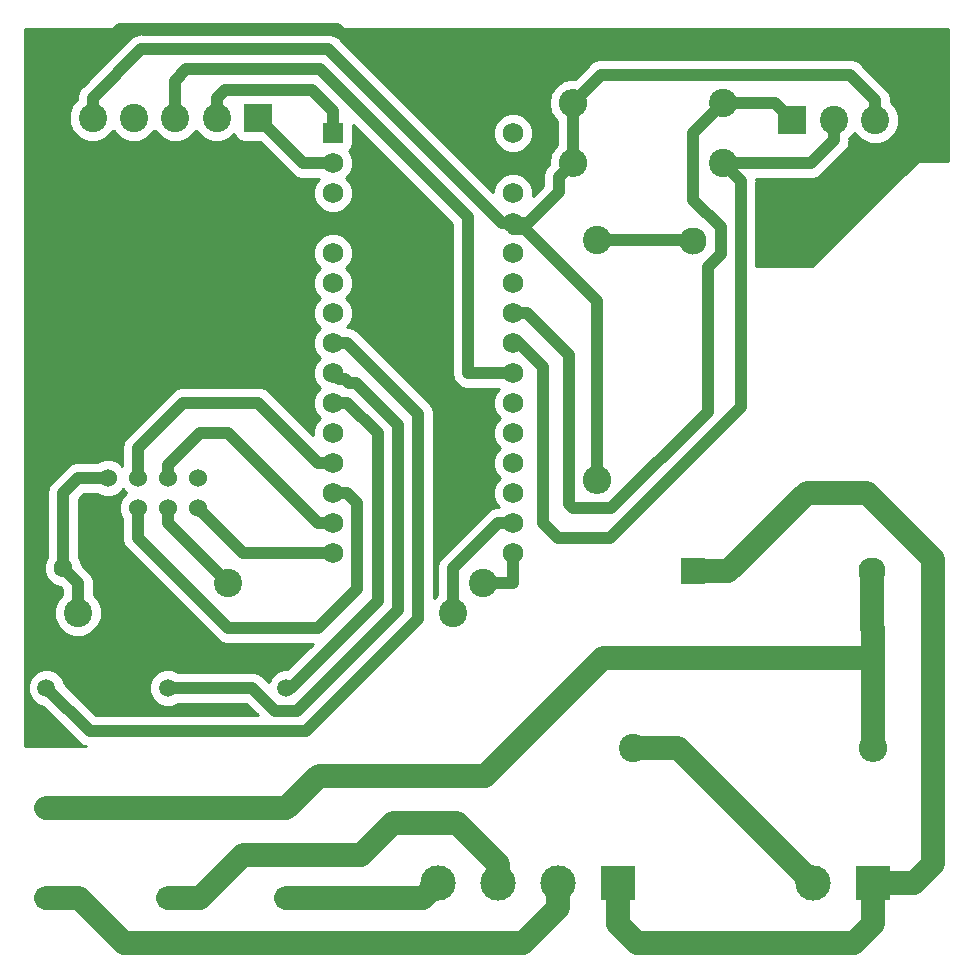
<source format=gbr>
G04 #@! TF.GenerationSoftware,KiCad,Pcbnew,(5.0.1)-4*
G04 #@! TF.CreationDate,2020-04-24T23:34:40+02:00*
G04 #@! TF.ProjectId,VMC_remote,564D435F72656D6F74652E6B69636164,rev?*
G04 #@! TF.SameCoordinates,PX5f5e100PY7829b80*
G04 #@! TF.FileFunction,Copper,L2,Bot,Signal*
G04 #@! TF.FilePolarity,Positive*
%FSLAX46Y46*%
G04 Gerber Fmt 4.6, Leading zero omitted, Abs format (unit mm)*
G04 Created by KiCad (PCBNEW (5.0.1)-4) date 24/04/2020 23:34:40*
%MOMM*%
%LPD*%
G01*
G04 APERTURE LIST*
G04 #@! TA.AperFunction,ComponentPad*
%ADD10C,2.400000*%
G04 #@! TD*
G04 #@! TA.AperFunction,ComponentPad*
%ADD11O,2.400000X2.400000*%
G04 #@! TD*
G04 #@! TA.AperFunction,ComponentPad*
%ADD12R,2.400000X2.400000*%
G04 #@! TD*
G04 #@! TA.AperFunction,ComponentPad*
%ADD13R,3.000000X3.000000*%
G04 #@! TD*
G04 #@! TA.AperFunction,ComponentPad*
%ADD14C,3.000000*%
G04 #@! TD*
G04 #@! TA.AperFunction,ComponentPad*
%ADD15C,1.508000*%
G04 #@! TD*
G04 #@! TA.AperFunction,ComponentPad*
%ADD16R,1.508000X1.508000*%
G04 #@! TD*
G04 #@! TA.AperFunction,ComponentPad*
%ADD17C,2.300000*%
G04 #@! TD*
G04 #@! TA.AperFunction,ComponentPad*
%ADD18R,2.000000X2.300000*%
G04 #@! TD*
G04 #@! TA.AperFunction,ComponentPad*
%ADD19R,1.524000X1.524000*%
G04 #@! TD*
G04 #@! TA.AperFunction,ComponentPad*
%ADD20C,1.524000*%
G04 #@! TD*
G04 #@! TA.AperFunction,ComponentPad*
%ADD21R,1.727200X1.727200*%
G04 #@! TD*
G04 #@! TA.AperFunction,ComponentPad*
%ADD22C,1.727200*%
G04 #@! TD*
G04 #@! TA.AperFunction,ComponentPad*
%ADD23C,1.600000*%
G04 #@! TD*
G04 #@! TA.AperFunction,ViaPad*
%ADD24C,2.400000*%
G04 #@! TD*
G04 #@! TA.AperFunction,Conductor*
%ADD25C,2.000000*%
G04 #@! TD*
G04 #@! TA.AperFunction,Conductor*
%ADD26C,1.000000*%
G04 #@! TD*
G04 #@! TA.AperFunction,Conductor*
%ADD27C,0.254000*%
G04 #@! TD*
G04 APERTURE END LIST*
D10*
G04 #@! TO.P,F1,1*
G04 #@! TO.N,Net-(F1-Pad1)*
X52400000Y18050000D03*
D11*
G04 #@! TO.P,F1,2*
G04 #@! TO.N,VAC*
X72720000Y18050000D03*
G04 #@! TD*
G04 #@! TO.P,F2,2*
G04 #@! TO.N,+5V*
X49400000Y40730000D03*
D10*
G04 #@! TO.P,F2,1*
G04 #@! TO.N,Net-(F2-Pad1)*
X49400000Y61050000D03*
G04 #@! TD*
D12*
G04 #@! TO.P,J1,1*
G04 #@! TO.N,Net-(J1-Pad1)*
X65910000Y71210000D03*
D10*
G04 #@! TO.P,J1,2*
G04 #@! TO.N,Net-(J1-Pad2)*
X69410000Y71210000D03*
G04 #@! TO.P,J1,3*
G04 #@! TO.N,+5V*
X72910000Y71210000D03*
G04 #@! TO.P,J1,4*
G04 #@! TO.N,GND*
X76410000Y71210000D03*
G04 #@! TD*
D12*
G04 #@! TO.P,J2,1*
G04 #@! TO.N,Net-(J2-Pad1)*
X20650000Y71390000D03*
D10*
G04 #@! TO.P,J2,2*
G04 #@! TO.N,Net-(J2-Pad2)*
X17150000Y71390000D03*
G04 #@! TO.P,J2,3*
G04 #@! TO.N,Net-(J2-Pad3)*
X13650000Y71390000D03*
G04 #@! TO.P,J2,4*
G04 #@! TO.N,Net-(J2-Pad4)*
X10150000Y71390000D03*
G04 #@! TO.P,J2,5*
G04 #@! TO.N,+5V*
X6650000Y71390000D03*
G04 #@! TO.P,J2,6*
G04 #@! TO.N,GND*
X3150000Y71390000D03*
G04 #@! TD*
D13*
G04 #@! TO.P,J3,1*
G04 #@! TO.N,Net-(J3-Pad1)*
X72720000Y6620000D03*
D14*
G04 #@! TO.P,J3,2*
G04 #@! TO.N,Net-(F1-Pad1)*
X67640000Y6620000D03*
G04 #@! TD*
G04 #@! TO.P,J4,2*
G04 #@! TO.N,Net-(J4-Pad2)*
X46050000Y6620000D03*
G04 #@! TO.P,J4,3*
G04 #@! TO.N,Net-(J4-Pad3)*
X40970000Y6620000D03*
D13*
G04 #@! TO.P,J4,1*
G04 #@! TO.N,Net-(J3-Pad1)*
X51130000Y6620000D03*
D14*
G04 #@! TO.P,J4,4*
G04 #@! TO.N,Net-(J4-Pad4)*
X35890000Y6620000D03*
G04 #@! TD*
D15*
G04 #@! TO.P,K1,4*
G04 #@! TO.N,GND*
X2740000Y25670000D03*
G04 #@! TO.P,K1,3*
G04 #@! TO.N,Net-(K1-Pad3)*
X2740000Y23130000D03*
G04 #@! TO.P,K1,2*
G04 #@! TO.N,VAC*
X2740000Y12970000D03*
D16*
G04 #@! TO.P,K1,1*
G04 #@! TO.N,Net-(J4-Pad2)*
X2740000Y5350000D03*
G04 #@! TD*
D15*
G04 #@! TO.P,K2,4*
G04 #@! TO.N,GND*
X13030000Y25670000D03*
G04 #@! TO.P,K2,3*
G04 #@! TO.N,Net-(K2-Pad3)*
X13030000Y23130000D03*
G04 #@! TO.P,K2,2*
G04 #@! TO.N,VAC*
X13030000Y12970000D03*
D16*
G04 #@! TO.P,K2,1*
G04 #@! TO.N,Net-(J4-Pad3)*
X13030000Y5350000D03*
G04 #@! TD*
G04 #@! TO.P,K3,1*
G04 #@! TO.N,Net-(J4-Pad4)*
X23060000Y5350000D03*
D15*
G04 #@! TO.P,K3,2*
G04 #@! TO.N,VAC*
X23060000Y12970000D03*
G04 #@! TO.P,K3,3*
G04 #@! TO.N,Net-(K3-Pad3)*
X23060000Y23130000D03*
G04 #@! TO.P,K3,4*
G04 #@! TO.N,GND*
X23060000Y25670000D03*
G04 #@! TD*
D17*
G04 #@! TO.P,PS1,3*
G04 #@! TO.N,Net-(F2-Pad1)*
X57480000Y61000000D03*
D18*
G04 #@! TO.P,PS1,1*
G04 #@! TO.N,Net-(J3-Pad1)*
X57480000Y33000000D03*
D17*
G04 #@! TO.P,PS1,2*
G04 #@! TO.N,VAC*
X72680000Y33000000D03*
G04 #@! TO.P,PS1,4*
G04 #@! TO.N,GND*
X65080000Y61000000D03*
G04 #@! TD*
D11*
G04 #@! TO.P,R1,2*
G04 #@! TO.N,+5V*
X47320000Y67580000D03*
D10*
G04 #@! TO.P,R1,1*
G04 #@! TO.N,Net-(J1-Pad2)*
X60020000Y67580000D03*
G04 #@! TD*
G04 #@! TO.P,R2,1*
G04 #@! TO.N,Net-(J1-Pad1)*
X60020000Y72660000D03*
D11*
G04 #@! TO.P,R2,2*
G04 #@! TO.N,+5V*
X47320000Y72660000D03*
G04 #@! TD*
D19*
G04 #@! TO.P,U1,1*
G04 #@! TO.N,GND*
X7950000Y38370000D03*
D20*
G04 #@! TO.P,U1,2*
G04 #@! TO.N,+3V3*
X7950000Y40910000D03*
G04 #@! TO.P,U1,3*
G04 #@! TO.N,Net-(U1-Pad3)*
X10490000Y38370000D03*
G04 #@! TO.P,U1,4*
G04 #@! TO.N,Net-(U1-Pad4)*
X10490000Y40910000D03*
G04 #@! TO.P,U1,5*
G04 #@! TO.N,Net-(U1-Pad5)*
X13030000Y38370000D03*
G04 #@! TO.P,U1,6*
G04 #@! TO.N,Net-(U1-Pad6)*
X13030000Y40910000D03*
G04 #@! TO.P,U1,7*
G04 #@! TO.N,Net-(U1-Pad7)*
X15570000Y38370000D03*
G04 #@! TO.P,U1,8*
G04 #@! TO.N,Net-(U1-Pad8)*
X15570000Y40910000D03*
G04 #@! TD*
D21*
G04 #@! TO.P,XA1,D1*
G04 #@! TO.N,Net-(J2-Pad2)*
X27000000Y70120000D03*
D22*
G04 #@! TO.P,XA1,D0*
G04 #@! TO.N,Net-(J2-Pad1)*
X27000000Y67580000D03*
G04 #@! TO.P,XA1,RST1*
G04 #@! TO.N,Net-(XA1-PadRST1)*
X27000000Y65040000D03*
G04 #@! TO.P,XA1,GND1*
G04 #@! TO.N,GND*
X27000000Y62500000D03*
G04 #@! TO.P,XA1,D2*
G04 #@! TO.N,Net-(XA1-PadD2)*
X27000000Y59960000D03*
G04 #@! TO.P,XA1,D3*
G04 #@! TO.N,Net-(XA1-PadD3)*
X27000000Y57420000D03*
G04 #@! TO.P,XA1,D4*
G04 #@! TO.N,Net-(XA1-PadD4)*
X27000000Y54880000D03*
G04 #@! TO.P,XA1,D5*
G04 #@! TO.N,Net-(K1-Pad3)*
X27000000Y52340000D03*
G04 #@! TO.P,XA1,D6*
G04 #@! TO.N,Net-(K2-Pad3)*
X27000000Y49800000D03*
G04 #@! TO.P,XA1,D7*
G04 #@! TO.N,Net-(K3-Pad3)*
X27000000Y47260000D03*
G04 #@! TO.P,XA1,D8*
G04 #@! TO.N,Net-(XA1-PadD8)*
X27000000Y44720000D03*
G04 #@! TO.P,XA1,D9*
G04 #@! TO.N,Net-(U1-Pad4)*
X27000000Y42180000D03*
G04 #@! TO.P,XA1,D10*
G04 #@! TO.N,Net-(U1-Pad3)*
X27000000Y39640000D03*
G04 #@! TO.P,XA1,D11*
G04 #@! TO.N,Net-(U1-Pad6)*
X27000000Y37100000D03*
G04 #@! TO.P,XA1,D12*
G04 #@! TO.N,Net-(U1-Pad7)*
X27000000Y34560000D03*
G04 #@! TO.P,XA1,D13*
G04 #@! TO.N,Net-(U1-Pad5)*
X42240000Y34560000D03*
G04 #@! TO.P,XA1,3V3*
G04 #@! TO.N,+3V3*
X42240000Y37100000D03*
G04 #@! TO.P,XA1,AREF*
G04 #@! TO.N,Net-(XA1-PadAREF)*
X42240000Y39640000D03*
G04 #@! TO.P,XA1,A0*
G04 #@! TO.N,Net-(XA1-PadA0)*
X42240000Y42180000D03*
G04 #@! TO.P,XA1,A1*
G04 #@! TO.N,Net-(XA1-PadA1)*
X42240000Y44720000D03*
G04 #@! TO.P,XA1,A2*
G04 #@! TO.N,Net-(XA1-PadA2)*
X42240000Y47260000D03*
G04 #@! TO.P,XA1,A3*
G04 #@! TO.N,Net-(J2-Pad3)*
X42240000Y49800000D03*
G04 #@! TO.P,XA1,A4*
G04 #@! TO.N,Net-(J1-Pad2)*
X42240000Y52340000D03*
G04 #@! TO.P,XA1,A5*
G04 #@! TO.N,Net-(J1-Pad1)*
X42240000Y54880000D03*
G04 #@! TO.P,XA1,A6*
G04 #@! TO.N,Net-(XA1-PadA6)*
X42240000Y57420000D03*
G04 #@! TO.P,XA1,A7*
G04 #@! TO.N,Net-(XA1-PadA7)*
X42240000Y59960000D03*
G04 #@! TO.P,XA1,5V*
G04 #@! TO.N,+5V*
X42240000Y62500000D03*
G04 #@! TO.P,XA1,RST2*
G04 #@! TO.N,Net-(XA1-PadRST2)*
X42240000Y65040000D03*
G04 #@! TO.P,XA1,GND2*
G04 #@! TO.N,GND*
X42240000Y67580000D03*
G04 #@! TO.P,XA1,VIN*
G04 #@! TO.N,Net-(XA1-PadVIN)*
X42240000Y70120000D03*
G04 #@! TD*
D23*
G04 #@! TO.P,C1,1*
G04 #@! TO.N,+3V3*
X4140000Y33290000D03*
G04 #@! TO.P,C1,2*
G04 #@! TO.N,GND*
X9140000Y33290000D03*
G04 #@! TD*
D24*
G04 #@! TO.N,Net-(U1-Pad5)*
X39700000Y32020000D03*
X18110000Y32020000D03*
G04 #@! TO.N,+3V3*
X5410000Y29480000D03*
X37160000Y29480000D03*
G04 #@! TD*
D25*
G04 #@! TO.N,Net-(F1-Pad1)*
X56210000Y18050000D02*
X67640000Y6620000D01*
X52400000Y18050000D02*
X56210000Y18050000D01*
G04 #@! TO.N,VAC*
X2740000Y12970000D02*
X13030000Y12970000D01*
X23060000Y12970000D02*
X13030000Y12970000D01*
X72680000Y33000000D02*
X72680000Y28210000D01*
X72680000Y28210000D02*
X72720000Y28170000D01*
X49860000Y25670000D02*
X72720000Y25670000D01*
X39890009Y15700009D02*
X49860000Y25670000D01*
X25790009Y15700009D02*
X39890009Y15700009D01*
X23060000Y12970000D02*
X25790009Y15700009D01*
X72720000Y28170000D02*
X72720000Y25670000D01*
X72720000Y25670000D02*
X72720000Y18050000D01*
D26*
G04 #@! TO.N,+5V*
X41291953Y62500000D02*
X42240000Y62500000D01*
X26601932Y77190021D02*
X41291953Y62500000D01*
X10752965Y77190021D02*
X26601932Y77190021D01*
X6650000Y73087056D02*
X10752965Y77190021D01*
X6650000Y71390000D02*
X6650000Y73087056D01*
X48519999Y73859999D02*
X47320000Y72660000D01*
X49720001Y75060001D02*
X48519999Y73859999D01*
X70757055Y75060001D02*
X49720001Y75060001D01*
X72910000Y72907056D02*
X70757055Y75060001D01*
X72910000Y71210000D02*
X72910000Y72907056D01*
X47320000Y72660000D02*
X47320000Y67580000D01*
X42240000Y62500000D02*
X43510000Y62500000D01*
X43510000Y62500000D02*
X46120001Y65110001D01*
X46120001Y66380001D02*
X47320000Y67580000D01*
X46120001Y65110001D02*
X46120001Y66380001D01*
X49400000Y42427056D02*
X49400000Y40730000D01*
X49400000Y55854130D02*
X49400000Y42427056D01*
X43230529Y62023601D02*
X49400000Y55854130D01*
X42240000Y62023601D02*
X43230529Y62023601D01*
X42240000Y62500000D02*
X42240000Y62023601D01*
X41291953Y62500000D02*
X43510000Y62500000D01*
G04 #@! TO.N,Net-(F2-Pad1)*
X57430000Y61050000D02*
X57480000Y61000000D01*
X49400000Y61050000D02*
X57430000Y61050000D01*
G04 #@! TO.N,Net-(J1-Pad1)*
X64460000Y72660000D02*
X65910000Y71210000D01*
X60020000Y72660000D02*
X64460000Y72660000D01*
X46999999Y51341315D02*
X46999999Y38690001D01*
X42240000Y54880000D02*
X43461314Y54880000D01*
X43461314Y54880000D02*
X46999999Y51341315D01*
X58820001Y71460001D02*
X60020000Y72660000D01*
X57480000Y70120000D02*
X58820001Y71460001D01*
X59830001Y62128001D02*
X57480000Y64478002D01*
X59830001Y59871999D02*
X59830001Y62128001D01*
X58750000Y58791998D02*
X59830001Y59871999D01*
X57480000Y64478002D02*
X57480000Y70120000D01*
X58750000Y46527998D02*
X58750000Y58791998D01*
X50552001Y38329999D02*
X58750000Y46527998D01*
X47360001Y38329999D02*
X50552001Y38329999D01*
X46999999Y38690001D02*
X47360001Y38329999D01*
G04 #@! TO.N,Net-(J1-Pad2)*
X69410000Y69512944D02*
X69410000Y71210000D01*
X67477056Y67580000D02*
X69410000Y69512944D01*
X60020000Y67580000D02*
X67477056Y67580000D01*
X42240000Y52340000D02*
X42754130Y52340000D01*
X42754130Y52340000D02*
X44780000Y50314130D01*
X44780000Y37100000D02*
X46050000Y35830000D01*
X61219999Y66380001D02*
X60020000Y67580000D01*
X61530011Y66069989D02*
X61219999Y66380001D01*
X61530011Y46903832D02*
X61530011Y66069989D01*
X50456179Y35830000D02*
X61530011Y46903832D01*
X46050000Y35830000D02*
X50456179Y35830000D01*
X44780000Y50314130D02*
X44780000Y37100000D01*
G04 #@! TO.N,GND*
X25778686Y62500000D02*
X27000000Y62500000D01*
X10342944Y62500000D02*
X25778686Y62500000D01*
X3150000Y69692944D02*
X10342944Y62500000D01*
X3150000Y71390000D02*
X3150000Y69692944D01*
X66706345Y61000000D02*
X65080000Y61000000D01*
X67897056Y61000000D02*
X66706345Y61000000D01*
X76410000Y69512944D02*
X67897056Y61000000D01*
X76410000Y71210000D02*
X76410000Y69512944D01*
X41018686Y67580000D02*
X42240000Y67580000D01*
X39234556Y69364130D02*
X41018686Y67580000D01*
X38430000Y69364130D02*
X39234556Y69364130D01*
X3150000Y73087056D02*
X3150000Y71390000D01*
X8952975Y78890031D02*
X3150000Y73087056D01*
X27306099Y78890031D02*
X8952975Y78890031D01*
X36831999Y69364130D02*
X27306099Y78890031D01*
X38430000Y69364130D02*
X36831999Y69364130D01*
X3150000Y71390000D02*
X1600000Y69840000D01*
X1600000Y26810000D02*
X2740000Y25670000D01*
X1600000Y69840000D02*
X1600000Y26810000D01*
X23060000Y25670000D02*
X13030000Y25670000D01*
X76410000Y72907056D02*
X76410000Y71210000D01*
X72557045Y76760011D02*
X76410000Y72907056D01*
X45825881Y76760011D02*
X72557045Y76760011D01*
X38430000Y69364130D02*
X45825881Y76760011D01*
X7950000Y35830000D02*
X7950000Y38370000D01*
X7950000Y25670000D02*
X13030000Y25670000D01*
X2740000Y25670000D02*
X7950000Y25670000D01*
X9140000Y33290000D02*
X7950000Y33290000D01*
X7950000Y33290000D02*
X7950000Y35830000D01*
X9140000Y31940000D02*
X7950000Y30750000D01*
X9140000Y33290000D02*
X9140000Y31940000D01*
X7950000Y25670000D02*
X7950000Y30750000D01*
X7950000Y30750000D02*
X7950000Y33290000D01*
X9140000Y34640000D02*
X7950000Y35830000D01*
X9140000Y33290000D02*
X9140000Y34640000D01*
G04 #@! TO.N,Net-(J2-Pad1)*
X24460000Y67580000D02*
X27000000Y67580000D01*
X20650000Y71390000D02*
X24460000Y67580000D01*
G04 #@! TO.N,Net-(J2-Pad2)*
X27000000Y71983600D02*
X27000000Y70120000D01*
X25193599Y73790001D02*
X27000000Y71983600D01*
X17852945Y73790001D02*
X25193599Y73790001D01*
X17150000Y73087056D02*
X17852945Y73790001D01*
X17150000Y71390000D02*
X17150000Y73087056D01*
G04 #@! TO.N,Net-(J2-Pad3)*
X13650000Y71390000D02*
X13650000Y74550000D01*
X14590011Y75490011D02*
X25897766Y75490011D01*
X13650000Y74550000D02*
X14590011Y75490011D01*
X25897766Y75490011D02*
X38430000Y62957777D01*
X38430000Y62957777D02*
X38430000Y49800000D01*
X38430000Y49800000D02*
X42240000Y49800000D01*
D25*
G04 #@! TO.N,Net-(J3-Pad1)*
X51130000Y3120000D02*
X52710000Y1540000D01*
X51130000Y6620000D02*
X51130000Y3120000D01*
X72720000Y3120000D02*
X72720000Y6620000D01*
X71140000Y1540000D02*
X72720000Y3120000D01*
X52710000Y1540000D02*
X71140000Y1540000D01*
X76220000Y6620000D02*
X72720000Y6620000D01*
X57480000Y33000000D02*
X60480000Y33000000D01*
X67120000Y39640000D02*
X72182002Y39640000D01*
X60480000Y33000000D02*
X67120000Y39640000D01*
X72182002Y39640000D02*
X77800000Y34022002D01*
X77800000Y34022002D02*
X77800000Y8200000D01*
X77800000Y8200000D02*
X76220000Y6620000D01*
G04 #@! TO.N,Net-(J4-Pad2)*
X46050000Y4498680D02*
X43091320Y1540000D01*
X46050000Y6620000D02*
X46050000Y4498680D01*
X5494000Y5350000D02*
X2740000Y5350000D01*
X9304000Y1540000D02*
X5494000Y5350000D01*
X43091320Y1540000D02*
X9304000Y1540000D01*
G04 #@! TO.N,Net-(J4-Pad3)*
X19403990Y8969990D02*
X29349990Y8969990D01*
X13030000Y5350000D02*
X15784000Y5350000D01*
X15784000Y5350000D02*
X19403990Y8969990D01*
X29349990Y8969990D02*
X32080000Y11700000D01*
X40970000Y8200002D02*
X40970000Y6620000D01*
X37470002Y11700000D02*
X40970000Y8200002D01*
X32080000Y11700000D02*
X37470002Y11700000D01*
G04 #@! TO.N,Net-(J4-Pad4)*
X34620000Y5350000D02*
X35890000Y6620000D01*
X23060000Y5350000D02*
X34620000Y5350000D01*
D26*
G04 #@! TO.N,Net-(K1-Pad3)*
X28221314Y52340000D02*
X27000000Y52340000D01*
X34210020Y46351294D02*
X28221314Y52340000D01*
X34210020Y28983921D02*
X34210020Y46351294D01*
X24702088Y19475989D02*
X34210020Y28983921D01*
X6394011Y19475989D02*
X24702088Y19475989D01*
X2740000Y23130000D02*
X6394011Y19475989D01*
G04 #@! TO.N,Net-(K2-Pad3)*
X27476399Y49323601D02*
X27000000Y49800000D01*
X28354121Y48960009D02*
X27990529Y49323601D01*
X28925481Y48960009D02*
X28354121Y48960009D01*
X32510010Y45375481D02*
X28925481Y48960009D01*
X32510010Y29688088D02*
X32510010Y45375481D01*
X23997921Y21175999D02*
X32510010Y29688088D01*
X22122079Y21175999D02*
X23997921Y21175999D01*
X20168078Y23130000D02*
X22122079Y21175999D01*
X27990529Y49323601D02*
X27476399Y49323601D01*
X13030000Y23130000D02*
X20168078Y23130000D01*
G04 #@! TO.N,Net-(K3-Pad3)*
X23411922Y23130000D02*
X30810000Y30528078D01*
X23060000Y23130000D02*
X23411922Y23130000D01*
X28221314Y47260000D02*
X27000000Y47260000D01*
X30810000Y44671314D02*
X28221314Y47260000D01*
X30810000Y30528078D02*
X30810000Y44671314D01*
G04 #@! TO.N,Net-(U1-Pad3)*
X29063601Y38797713D02*
X29063601Y31543601D01*
X27000000Y39640000D02*
X28221314Y39640000D01*
X28221314Y39640000D02*
X29063601Y38797713D01*
X29063601Y31543601D02*
X25730000Y28210000D01*
X25730000Y28210000D02*
X18110000Y28210000D01*
X10490000Y35830000D02*
X10490000Y38370000D01*
X18110000Y28210000D02*
X10490000Y35830000D01*
G04 #@! TO.N,Net-(U1-Pad4)*
X10490000Y40910000D02*
X10490000Y43450000D01*
X10490000Y43450000D02*
X14300000Y47260000D01*
X25778686Y42180000D02*
X27000000Y42180000D01*
X20698686Y47260000D02*
X25778686Y42180000D01*
X14300000Y47260000D02*
X20698686Y47260000D01*
G04 #@! TO.N,Net-(U1-Pad5)*
X42240000Y34560000D02*
X42240000Y32020000D01*
X42240000Y32020000D02*
X39700000Y32020000D01*
X13030000Y37100000D02*
X18110000Y32020000D01*
X13030000Y38370000D02*
X13030000Y37100000D01*
G04 #@! TO.N,Net-(U1-Pad6)*
X25778686Y37100000D02*
X18158686Y44720000D01*
X27000000Y37100000D02*
X25778686Y37100000D01*
X13030000Y41987630D02*
X13030000Y40910000D01*
X15762370Y44720000D02*
X13030000Y41987630D01*
X18158686Y44720000D02*
X15762370Y44720000D01*
G04 #@! TO.N,Net-(U1-Pad7)*
X15570000Y38370000D02*
X19380000Y34560000D01*
X19380000Y34560000D02*
X27000000Y34560000D01*
G04 #@! TO.N,+3V3*
X42240000Y37100000D02*
X40970000Y37100000D01*
X40970000Y37100000D02*
X37160000Y33290000D01*
X37160000Y33290000D02*
X37160000Y31880001D01*
X37160000Y31880001D02*
X37160000Y29480000D01*
X4140000Y33290000D02*
X5410000Y32020000D01*
X5410000Y32020000D02*
X5410000Y29480000D01*
X4140000Y33290000D02*
X4140000Y39640000D01*
X5410000Y40910000D02*
X7950000Y40910000D01*
X4140000Y39640000D02*
X5410000Y40910000D01*
G04 #@! TD*
D27*
G04 #@! TO.N,GND*
G36*
X79098000Y67707000D02*
X76530000Y67707000D01*
X76481399Y67697333D01*
X76440197Y67669803D01*
X67587394Y58817000D01*
X62857011Y58817000D01*
X62857011Y65939298D01*
X62883007Y66069990D01*
X62857011Y66200681D01*
X62857011Y66200685D01*
X62846605Y66253000D01*
X67346364Y66253000D01*
X67477056Y66227004D01*
X67607748Y66253000D01*
X67607752Y66253000D01*
X67994826Y66329994D01*
X68433769Y66623287D01*
X68507804Y66734088D01*
X70255917Y68482200D01*
X70366712Y68556231D01*
X70440744Y68667027D01*
X70440746Y68667029D01*
X70576363Y68869994D01*
X70660006Y68995174D01*
X70737000Y69382248D01*
X70737000Y69382252D01*
X70762996Y69512944D01*
X70737000Y69643636D01*
X70737000Y69670390D01*
X71128407Y70061797D01*
X71160000Y70138069D01*
X71191593Y70061797D01*
X71761797Y69491593D01*
X72506805Y69183000D01*
X73313195Y69183000D01*
X74058203Y69491593D01*
X74628407Y70061797D01*
X74937000Y70806805D01*
X74937000Y71613195D01*
X74628407Y72358203D01*
X74237000Y72749610D01*
X74237000Y72776365D01*
X74262996Y72907057D01*
X74237000Y73037749D01*
X74237000Y73037752D01*
X74160006Y73424826D01*
X73866713Y73863769D01*
X73755915Y73937802D01*
X71787803Y75905913D01*
X71713768Y76016714D01*
X71274825Y76310007D01*
X70887751Y76387001D01*
X70887747Y76387001D01*
X70757055Y76412997D01*
X70626363Y76387001D01*
X49850692Y76387001D01*
X49720000Y76412997D01*
X49589308Y76387001D01*
X49589305Y76387001D01*
X49202231Y76310007D01*
X48763288Y76016714D01*
X48689255Y75905916D01*
X47674087Y74890747D01*
X47674084Y74890745D01*
X47470339Y74687000D01*
X47120359Y74687000D01*
X46529104Y74569392D01*
X45858615Y74121385D01*
X45410608Y73450896D01*
X45253289Y72660000D01*
X45410608Y71869104D01*
X45858615Y71198615D01*
X45993000Y71108821D01*
X45993001Y69131179D01*
X45858615Y69041385D01*
X45410608Y68370896D01*
X45253289Y67580000D01*
X45284820Y67421481D01*
X45274087Y67410747D01*
X45163289Y67336714D01*
X44869995Y66897771D01*
X44793001Y66510697D01*
X44793001Y66510693D01*
X44767005Y66380001D01*
X44793001Y66249309D01*
X44793001Y65659662D01*
X43930600Y64797261D01*
X43930600Y65376281D01*
X43673222Y65997648D01*
X43197648Y66473222D01*
X42576281Y66730600D01*
X41903719Y66730600D01*
X41282352Y66473222D01*
X40806778Y65997648D01*
X40549400Y65376281D01*
X40549400Y65119214D01*
X35212333Y70456281D01*
X40549400Y70456281D01*
X40549400Y69783719D01*
X40806778Y69162352D01*
X41282352Y68686778D01*
X41903719Y68429400D01*
X42576281Y68429400D01*
X43197648Y68686778D01*
X43673222Y69162352D01*
X43930600Y69783719D01*
X43930600Y70456281D01*
X43673222Y71077648D01*
X43197648Y71553222D01*
X42576281Y71810600D01*
X41903719Y71810600D01*
X41282352Y71553222D01*
X40806778Y71077648D01*
X40549400Y70456281D01*
X35212333Y70456281D01*
X27632680Y78035933D01*
X27558645Y78146734D01*
X27119702Y78440027D01*
X26732628Y78517021D01*
X26732624Y78517021D01*
X26601932Y78543017D01*
X26471240Y78517021D01*
X10883657Y78517021D01*
X10752965Y78543017D01*
X10622273Y78517021D01*
X10622269Y78517021D01*
X10235195Y78440027D01*
X9796252Y78146734D01*
X9722219Y78035936D01*
X5804086Y74117802D01*
X5693288Y74043769D01*
X5619255Y73932971D01*
X5619254Y73932970D01*
X5399994Y73604825D01*
X5382973Y73519254D01*
X5323000Y73217752D01*
X5323000Y73217748D01*
X5297004Y73087056D01*
X5323000Y72956364D01*
X5323000Y72929610D01*
X4931593Y72538203D01*
X4623000Y71793195D01*
X4623000Y70986805D01*
X4931593Y70241797D01*
X5501797Y69671593D01*
X6246805Y69363000D01*
X7053195Y69363000D01*
X7798203Y69671593D01*
X8368407Y70241797D01*
X8400000Y70318069D01*
X8431593Y70241797D01*
X9001797Y69671593D01*
X9746805Y69363000D01*
X10553195Y69363000D01*
X11298203Y69671593D01*
X11868407Y70241797D01*
X11900000Y70318069D01*
X11931593Y70241797D01*
X12501797Y69671593D01*
X13246805Y69363000D01*
X14053195Y69363000D01*
X14798203Y69671593D01*
X15368407Y70241797D01*
X15400000Y70318069D01*
X15431593Y70241797D01*
X16001797Y69671593D01*
X16746805Y69363000D01*
X17553195Y69363000D01*
X18298203Y69671593D01*
X18641609Y70014999D01*
X18670984Y69867321D01*
X18853767Y69593767D01*
X19127321Y69410984D01*
X19450000Y69346799D01*
X20816541Y69346799D01*
X23429253Y66734086D01*
X23503287Y66623287D01*
X23942230Y66329994D01*
X24329304Y66253000D01*
X24329308Y66253000D01*
X24460000Y66227004D01*
X24590692Y66253000D01*
X25822130Y66253000D01*
X25566778Y65997648D01*
X25309400Y65376281D01*
X25309400Y64703719D01*
X25566778Y64082352D01*
X26042352Y63606778D01*
X26663719Y63349400D01*
X27336281Y63349400D01*
X27957648Y63606778D01*
X28433222Y64082352D01*
X28690600Y64703719D01*
X28690600Y65376281D01*
X28433222Y65997648D01*
X28120870Y66310000D01*
X28433222Y66622352D01*
X28690600Y67243719D01*
X28690600Y67916281D01*
X28433222Y68537648D01*
X28370436Y68600434D01*
X28459833Y68660167D01*
X28642616Y68933721D01*
X28706801Y69256400D01*
X28706801Y70804316D01*
X37103000Y62408116D01*
X37103001Y49930700D01*
X37077003Y49800000D01*
X37179994Y49282230D01*
X37473287Y48843287D01*
X37912230Y48549994D01*
X38299304Y48473000D01*
X38299305Y48473000D01*
X38430000Y48447003D01*
X38560696Y48473000D01*
X41062130Y48473000D01*
X40806778Y48217648D01*
X40549400Y47596281D01*
X40549400Y46923719D01*
X40806778Y46302352D01*
X41119130Y45990000D01*
X40806778Y45677648D01*
X40549400Y45056281D01*
X40549400Y44383719D01*
X40806778Y43762352D01*
X41119130Y43450000D01*
X40806778Y43137648D01*
X40549400Y42516281D01*
X40549400Y41843719D01*
X40806778Y41222352D01*
X41119130Y40910000D01*
X40806778Y40597648D01*
X40549400Y39976281D01*
X40549400Y39303719D01*
X40806778Y38682352D01*
X41052555Y38436575D01*
X40970000Y38452996D01*
X40839308Y38427000D01*
X40839304Y38427000D01*
X40452230Y38350006D01*
X40013287Y38056713D01*
X39939254Y37945915D01*
X36314086Y34320746D01*
X36203287Y34246712D01*
X35909994Y33807769D01*
X35833000Y33420695D01*
X35833000Y33420692D01*
X35807004Y33290000D01*
X35833000Y33159308D01*
X35833000Y31019610D01*
X35537020Y30723630D01*
X35537020Y46220603D01*
X35563016Y46351295D01*
X35537020Y46481987D01*
X35537020Y46481990D01*
X35460026Y46869064D01*
X35166733Y47308007D01*
X35055935Y47382040D01*
X29252062Y53185912D01*
X29178027Y53296713D01*
X28739084Y53590006D01*
X28352010Y53667000D01*
X28352006Y53667000D01*
X28221314Y53692996D01*
X28199534Y53688664D01*
X28433222Y53922352D01*
X28690600Y54543719D01*
X28690600Y55216281D01*
X28433222Y55837648D01*
X28120870Y56150000D01*
X28433222Y56462352D01*
X28690600Y57083719D01*
X28690600Y57756281D01*
X28433222Y58377648D01*
X28120870Y58690000D01*
X28433222Y59002352D01*
X28690600Y59623719D01*
X28690600Y60296281D01*
X28433222Y60917648D01*
X27957648Y61393222D01*
X27336281Y61650600D01*
X26663719Y61650600D01*
X26042352Y61393222D01*
X25566778Y60917648D01*
X25309400Y60296281D01*
X25309400Y59623719D01*
X25566778Y59002352D01*
X25879130Y58690000D01*
X25566778Y58377648D01*
X25309400Y57756281D01*
X25309400Y57083719D01*
X25566778Y56462352D01*
X25879130Y56150000D01*
X25566778Y55837648D01*
X25309400Y55216281D01*
X25309400Y54543719D01*
X25566778Y53922352D01*
X25879130Y53610000D01*
X25566778Y53297648D01*
X25309400Y52676281D01*
X25309400Y52003719D01*
X25566778Y51382352D01*
X25879130Y51070000D01*
X25566778Y50757648D01*
X25309400Y50136281D01*
X25309400Y49463719D01*
X25566778Y48842352D01*
X25879130Y48530000D01*
X25566778Y48217648D01*
X25309400Y47596281D01*
X25309400Y46923719D01*
X25566778Y46302352D01*
X25879130Y45990000D01*
X25566778Y45677648D01*
X25309400Y45056281D01*
X25309400Y44525947D01*
X21729434Y48105912D01*
X21655399Y48216713D01*
X21216456Y48510006D01*
X20829382Y48587000D01*
X20829378Y48587000D01*
X20698686Y48612996D01*
X20567994Y48587000D01*
X14430692Y48587000D01*
X14300000Y48612996D01*
X14169308Y48587000D01*
X14169304Y48587000D01*
X13782230Y48510006D01*
X13343287Y48216713D01*
X13269254Y48105915D01*
X9644086Y44480746D01*
X9533288Y44406713D01*
X9459255Y44295915D01*
X9459254Y44295914D01*
X9239994Y43967769D01*
X9137004Y43450000D01*
X9163001Y43319304D01*
X9163000Y41944185D01*
X8850096Y42257089D01*
X8266072Y42499000D01*
X7633928Y42499000D01*
X7049904Y42257089D01*
X7029815Y42237000D01*
X5540691Y42237000D01*
X5409999Y42262996D01*
X5279307Y42237000D01*
X5279304Y42237000D01*
X4892230Y42160006D01*
X4453287Y41866713D01*
X4379254Y41755915D01*
X3294086Y40670746D01*
X3183288Y40596713D01*
X3109255Y40485915D01*
X3109254Y40485914D01*
X2889994Y40157769D01*
X2787004Y39640000D01*
X2813001Y39509304D01*
X2813000Y34263926D01*
X2760696Y34211622D01*
X2513000Y33613630D01*
X2513000Y32966370D01*
X2760696Y32368378D01*
X3218378Y31910696D01*
X3816370Y31663000D01*
X3890339Y31663000D01*
X4083000Y31470339D01*
X4083000Y31019610D01*
X3691593Y30628203D01*
X3383000Y29883195D01*
X3383000Y29076805D01*
X3691593Y28331797D01*
X4261797Y27761593D01*
X5006805Y27453000D01*
X5813195Y27453000D01*
X6558203Y27761593D01*
X7128407Y28331797D01*
X7437000Y29076805D01*
X7437000Y29883195D01*
X7128407Y30628203D01*
X6737000Y31019610D01*
X6737000Y31889309D01*
X6762996Y32020001D01*
X6737000Y32150695D01*
X6737000Y32150696D01*
X6660006Y32537770D01*
X6613915Y32606750D01*
X6440746Y32865915D01*
X6440744Y32865917D01*
X6366712Y32976713D01*
X6255917Y33050744D01*
X5767000Y33539661D01*
X5767000Y33613630D01*
X5519304Y34211622D01*
X5467000Y34263926D01*
X5467000Y39090340D01*
X5959661Y39583000D01*
X7029815Y39583000D01*
X7049904Y39562911D01*
X7633928Y39321000D01*
X8266072Y39321000D01*
X8850096Y39562911D01*
X9220000Y39932815D01*
X9512815Y39640000D01*
X9142911Y39270096D01*
X8901000Y38686072D01*
X8901000Y38053928D01*
X9142911Y37469904D01*
X9163001Y37449814D01*
X9163000Y35960692D01*
X9137004Y35830000D01*
X9163000Y35699308D01*
X9163000Y35699305D01*
X9239994Y35312231D01*
X9533287Y34873288D01*
X9644086Y34799254D01*
X17079254Y27364085D01*
X17153287Y27253287D01*
X17592230Y26959994D01*
X17979304Y26883000D01*
X17979307Y26883000D01*
X18109999Y26857004D01*
X18240691Y26883000D01*
X25288262Y26883000D01*
X23116262Y24711000D01*
X22745519Y24711000D01*
X22164435Y24470307D01*
X21719693Y24025565D01*
X21552592Y23622147D01*
X21198826Y23975912D01*
X21124791Y24086713D01*
X20685848Y24380006D01*
X20298774Y24457000D01*
X20298770Y24457000D01*
X20168078Y24482996D01*
X20037386Y24457000D01*
X13938872Y24457000D01*
X13925565Y24470307D01*
X13344481Y24711000D01*
X12715519Y24711000D01*
X12134435Y24470307D01*
X11689693Y24025565D01*
X11449000Y23444481D01*
X11449000Y22815519D01*
X11689693Y22234435D01*
X12134435Y21789693D01*
X12715519Y21549000D01*
X13344481Y21549000D01*
X13925565Y21789693D01*
X13938872Y21803000D01*
X19618418Y21803000D01*
X20618428Y20802989D01*
X6943672Y20802989D01*
X4321000Y23425660D01*
X4321000Y23444481D01*
X4080307Y24025565D01*
X3635565Y24470307D01*
X3054481Y24711000D01*
X2425519Y24711000D01*
X1844435Y24470307D01*
X1399693Y24025565D01*
X1159000Y23444481D01*
X1159000Y22815519D01*
X1399693Y22234435D01*
X1844435Y21789693D01*
X2425519Y21549000D01*
X2444340Y21549000D01*
X5363265Y18630074D01*
X5437298Y18519276D01*
X5876241Y18225983D01*
X6122495Y18177000D01*
X902000Y18177000D01*
X902000Y78883000D01*
X79098000Y78883000D01*
X79098000Y67707000D01*
X79098000Y67707000D01*
G37*
X79098000Y67707000D02*
X76530000Y67707000D01*
X76481399Y67697333D01*
X76440197Y67669803D01*
X67587394Y58817000D01*
X62857011Y58817000D01*
X62857011Y65939298D01*
X62883007Y66069990D01*
X62857011Y66200681D01*
X62857011Y66200685D01*
X62846605Y66253000D01*
X67346364Y66253000D01*
X67477056Y66227004D01*
X67607748Y66253000D01*
X67607752Y66253000D01*
X67994826Y66329994D01*
X68433769Y66623287D01*
X68507804Y66734088D01*
X70255917Y68482200D01*
X70366712Y68556231D01*
X70440744Y68667027D01*
X70440746Y68667029D01*
X70576363Y68869994D01*
X70660006Y68995174D01*
X70737000Y69382248D01*
X70737000Y69382252D01*
X70762996Y69512944D01*
X70737000Y69643636D01*
X70737000Y69670390D01*
X71128407Y70061797D01*
X71160000Y70138069D01*
X71191593Y70061797D01*
X71761797Y69491593D01*
X72506805Y69183000D01*
X73313195Y69183000D01*
X74058203Y69491593D01*
X74628407Y70061797D01*
X74937000Y70806805D01*
X74937000Y71613195D01*
X74628407Y72358203D01*
X74237000Y72749610D01*
X74237000Y72776365D01*
X74262996Y72907057D01*
X74237000Y73037749D01*
X74237000Y73037752D01*
X74160006Y73424826D01*
X73866713Y73863769D01*
X73755915Y73937802D01*
X71787803Y75905913D01*
X71713768Y76016714D01*
X71274825Y76310007D01*
X70887751Y76387001D01*
X70887747Y76387001D01*
X70757055Y76412997D01*
X70626363Y76387001D01*
X49850692Y76387001D01*
X49720000Y76412997D01*
X49589308Y76387001D01*
X49589305Y76387001D01*
X49202231Y76310007D01*
X48763288Y76016714D01*
X48689255Y75905916D01*
X47674087Y74890747D01*
X47674084Y74890745D01*
X47470339Y74687000D01*
X47120359Y74687000D01*
X46529104Y74569392D01*
X45858615Y74121385D01*
X45410608Y73450896D01*
X45253289Y72660000D01*
X45410608Y71869104D01*
X45858615Y71198615D01*
X45993000Y71108821D01*
X45993001Y69131179D01*
X45858615Y69041385D01*
X45410608Y68370896D01*
X45253289Y67580000D01*
X45284820Y67421481D01*
X45274087Y67410747D01*
X45163289Y67336714D01*
X44869995Y66897771D01*
X44793001Y66510697D01*
X44793001Y66510693D01*
X44767005Y66380001D01*
X44793001Y66249309D01*
X44793001Y65659662D01*
X43930600Y64797261D01*
X43930600Y65376281D01*
X43673222Y65997648D01*
X43197648Y66473222D01*
X42576281Y66730600D01*
X41903719Y66730600D01*
X41282352Y66473222D01*
X40806778Y65997648D01*
X40549400Y65376281D01*
X40549400Y65119214D01*
X35212333Y70456281D01*
X40549400Y70456281D01*
X40549400Y69783719D01*
X40806778Y69162352D01*
X41282352Y68686778D01*
X41903719Y68429400D01*
X42576281Y68429400D01*
X43197648Y68686778D01*
X43673222Y69162352D01*
X43930600Y69783719D01*
X43930600Y70456281D01*
X43673222Y71077648D01*
X43197648Y71553222D01*
X42576281Y71810600D01*
X41903719Y71810600D01*
X41282352Y71553222D01*
X40806778Y71077648D01*
X40549400Y70456281D01*
X35212333Y70456281D01*
X27632680Y78035933D01*
X27558645Y78146734D01*
X27119702Y78440027D01*
X26732628Y78517021D01*
X26732624Y78517021D01*
X26601932Y78543017D01*
X26471240Y78517021D01*
X10883657Y78517021D01*
X10752965Y78543017D01*
X10622273Y78517021D01*
X10622269Y78517021D01*
X10235195Y78440027D01*
X9796252Y78146734D01*
X9722219Y78035936D01*
X5804086Y74117802D01*
X5693288Y74043769D01*
X5619255Y73932971D01*
X5619254Y73932970D01*
X5399994Y73604825D01*
X5382973Y73519254D01*
X5323000Y73217752D01*
X5323000Y73217748D01*
X5297004Y73087056D01*
X5323000Y72956364D01*
X5323000Y72929610D01*
X4931593Y72538203D01*
X4623000Y71793195D01*
X4623000Y70986805D01*
X4931593Y70241797D01*
X5501797Y69671593D01*
X6246805Y69363000D01*
X7053195Y69363000D01*
X7798203Y69671593D01*
X8368407Y70241797D01*
X8400000Y70318069D01*
X8431593Y70241797D01*
X9001797Y69671593D01*
X9746805Y69363000D01*
X10553195Y69363000D01*
X11298203Y69671593D01*
X11868407Y70241797D01*
X11900000Y70318069D01*
X11931593Y70241797D01*
X12501797Y69671593D01*
X13246805Y69363000D01*
X14053195Y69363000D01*
X14798203Y69671593D01*
X15368407Y70241797D01*
X15400000Y70318069D01*
X15431593Y70241797D01*
X16001797Y69671593D01*
X16746805Y69363000D01*
X17553195Y69363000D01*
X18298203Y69671593D01*
X18641609Y70014999D01*
X18670984Y69867321D01*
X18853767Y69593767D01*
X19127321Y69410984D01*
X19450000Y69346799D01*
X20816541Y69346799D01*
X23429253Y66734086D01*
X23503287Y66623287D01*
X23942230Y66329994D01*
X24329304Y66253000D01*
X24329308Y66253000D01*
X24460000Y66227004D01*
X24590692Y66253000D01*
X25822130Y66253000D01*
X25566778Y65997648D01*
X25309400Y65376281D01*
X25309400Y64703719D01*
X25566778Y64082352D01*
X26042352Y63606778D01*
X26663719Y63349400D01*
X27336281Y63349400D01*
X27957648Y63606778D01*
X28433222Y64082352D01*
X28690600Y64703719D01*
X28690600Y65376281D01*
X28433222Y65997648D01*
X28120870Y66310000D01*
X28433222Y66622352D01*
X28690600Y67243719D01*
X28690600Y67916281D01*
X28433222Y68537648D01*
X28370436Y68600434D01*
X28459833Y68660167D01*
X28642616Y68933721D01*
X28706801Y69256400D01*
X28706801Y70804316D01*
X37103000Y62408116D01*
X37103001Y49930700D01*
X37077003Y49800000D01*
X37179994Y49282230D01*
X37473287Y48843287D01*
X37912230Y48549994D01*
X38299304Y48473000D01*
X38299305Y48473000D01*
X38430000Y48447003D01*
X38560696Y48473000D01*
X41062130Y48473000D01*
X40806778Y48217648D01*
X40549400Y47596281D01*
X40549400Y46923719D01*
X40806778Y46302352D01*
X41119130Y45990000D01*
X40806778Y45677648D01*
X40549400Y45056281D01*
X40549400Y44383719D01*
X40806778Y43762352D01*
X41119130Y43450000D01*
X40806778Y43137648D01*
X40549400Y42516281D01*
X40549400Y41843719D01*
X40806778Y41222352D01*
X41119130Y40910000D01*
X40806778Y40597648D01*
X40549400Y39976281D01*
X40549400Y39303719D01*
X40806778Y38682352D01*
X41052555Y38436575D01*
X40970000Y38452996D01*
X40839308Y38427000D01*
X40839304Y38427000D01*
X40452230Y38350006D01*
X40013287Y38056713D01*
X39939254Y37945915D01*
X36314086Y34320746D01*
X36203287Y34246712D01*
X35909994Y33807769D01*
X35833000Y33420695D01*
X35833000Y33420692D01*
X35807004Y33290000D01*
X35833000Y33159308D01*
X35833000Y31019610D01*
X35537020Y30723630D01*
X35537020Y46220603D01*
X35563016Y46351295D01*
X35537020Y46481987D01*
X35537020Y46481990D01*
X35460026Y46869064D01*
X35166733Y47308007D01*
X35055935Y47382040D01*
X29252062Y53185912D01*
X29178027Y53296713D01*
X28739084Y53590006D01*
X28352010Y53667000D01*
X28352006Y53667000D01*
X28221314Y53692996D01*
X28199534Y53688664D01*
X28433222Y53922352D01*
X28690600Y54543719D01*
X28690600Y55216281D01*
X28433222Y55837648D01*
X28120870Y56150000D01*
X28433222Y56462352D01*
X28690600Y57083719D01*
X28690600Y57756281D01*
X28433222Y58377648D01*
X28120870Y58690000D01*
X28433222Y59002352D01*
X28690600Y59623719D01*
X28690600Y60296281D01*
X28433222Y60917648D01*
X27957648Y61393222D01*
X27336281Y61650600D01*
X26663719Y61650600D01*
X26042352Y61393222D01*
X25566778Y60917648D01*
X25309400Y60296281D01*
X25309400Y59623719D01*
X25566778Y59002352D01*
X25879130Y58690000D01*
X25566778Y58377648D01*
X25309400Y57756281D01*
X25309400Y57083719D01*
X25566778Y56462352D01*
X25879130Y56150000D01*
X25566778Y55837648D01*
X25309400Y55216281D01*
X25309400Y54543719D01*
X25566778Y53922352D01*
X25879130Y53610000D01*
X25566778Y53297648D01*
X25309400Y52676281D01*
X25309400Y52003719D01*
X25566778Y51382352D01*
X25879130Y51070000D01*
X25566778Y50757648D01*
X25309400Y50136281D01*
X25309400Y49463719D01*
X25566778Y48842352D01*
X25879130Y48530000D01*
X25566778Y48217648D01*
X25309400Y47596281D01*
X25309400Y46923719D01*
X25566778Y46302352D01*
X25879130Y45990000D01*
X25566778Y45677648D01*
X25309400Y45056281D01*
X25309400Y44525947D01*
X21729434Y48105912D01*
X21655399Y48216713D01*
X21216456Y48510006D01*
X20829382Y48587000D01*
X20829378Y48587000D01*
X20698686Y48612996D01*
X20567994Y48587000D01*
X14430692Y48587000D01*
X14300000Y48612996D01*
X14169308Y48587000D01*
X14169304Y48587000D01*
X13782230Y48510006D01*
X13343287Y48216713D01*
X13269254Y48105915D01*
X9644086Y44480746D01*
X9533288Y44406713D01*
X9459255Y44295915D01*
X9459254Y44295914D01*
X9239994Y43967769D01*
X9137004Y43450000D01*
X9163001Y43319304D01*
X9163000Y41944185D01*
X8850096Y42257089D01*
X8266072Y42499000D01*
X7633928Y42499000D01*
X7049904Y42257089D01*
X7029815Y42237000D01*
X5540691Y42237000D01*
X5409999Y42262996D01*
X5279307Y42237000D01*
X5279304Y42237000D01*
X4892230Y42160006D01*
X4453287Y41866713D01*
X4379254Y41755915D01*
X3294086Y40670746D01*
X3183288Y40596713D01*
X3109255Y40485915D01*
X3109254Y40485914D01*
X2889994Y40157769D01*
X2787004Y39640000D01*
X2813001Y39509304D01*
X2813000Y34263926D01*
X2760696Y34211622D01*
X2513000Y33613630D01*
X2513000Y32966370D01*
X2760696Y32368378D01*
X3218378Y31910696D01*
X3816370Y31663000D01*
X3890339Y31663000D01*
X4083000Y31470339D01*
X4083000Y31019610D01*
X3691593Y30628203D01*
X3383000Y29883195D01*
X3383000Y29076805D01*
X3691593Y28331797D01*
X4261797Y27761593D01*
X5006805Y27453000D01*
X5813195Y27453000D01*
X6558203Y27761593D01*
X7128407Y28331797D01*
X7437000Y29076805D01*
X7437000Y29883195D01*
X7128407Y30628203D01*
X6737000Y31019610D01*
X6737000Y31889309D01*
X6762996Y32020001D01*
X6737000Y32150695D01*
X6737000Y32150696D01*
X6660006Y32537770D01*
X6613915Y32606750D01*
X6440746Y32865915D01*
X6440744Y32865917D01*
X6366712Y32976713D01*
X6255917Y33050744D01*
X5767000Y33539661D01*
X5767000Y33613630D01*
X5519304Y34211622D01*
X5467000Y34263926D01*
X5467000Y39090340D01*
X5959661Y39583000D01*
X7029815Y39583000D01*
X7049904Y39562911D01*
X7633928Y39321000D01*
X8266072Y39321000D01*
X8850096Y39562911D01*
X9220000Y39932815D01*
X9512815Y39640000D01*
X9142911Y39270096D01*
X8901000Y38686072D01*
X8901000Y38053928D01*
X9142911Y37469904D01*
X9163001Y37449814D01*
X9163000Y35960692D01*
X9137004Y35830000D01*
X9163000Y35699308D01*
X9163000Y35699305D01*
X9239994Y35312231D01*
X9533287Y34873288D01*
X9644086Y34799254D01*
X17079254Y27364085D01*
X17153287Y27253287D01*
X17592230Y26959994D01*
X17979304Y26883000D01*
X17979307Y26883000D01*
X18109999Y26857004D01*
X18240691Y26883000D01*
X25288262Y26883000D01*
X23116262Y24711000D01*
X22745519Y24711000D01*
X22164435Y24470307D01*
X21719693Y24025565D01*
X21552592Y23622147D01*
X21198826Y23975912D01*
X21124791Y24086713D01*
X20685848Y24380006D01*
X20298774Y24457000D01*
X20298770Y24457000D01*
X20168078Y24482996D01*
X20037386Y24457000D01*
X13938872Y24457000D01*
X13925565Y24470307D01*
X13344481Y24711000D01*
X12715519Y24711000D01*
X12134435Y24470307D01*
X11689693Y24025565D01*
X11449000Y23444481D01*
X11449000Y22815519D01*
X11689693Y22234435D01*
X12134435Y21789693D01*
X12715519Y21549000D01*
X13344481Y21549000D01*
X13925565Y21789693D01*
X13938872Y21803000D01*
X19618418Y21803000D01*
X20618428Y20802989D01*
X6943672Y20802989D01*
X4321000Y23425660D01*
X4321000Y23444481D01*
X4080307Y24025565D01*
X3635565Y24470307D01*
X3054481Y24711000D01*
X2425519Y24711000D01*
X1844435Y24470307D01*
X1399693Y24025565D01*
X1159000Y23444481D01*
X1159000Y22815519D01*
X1399693Y22234435D01*
X1844435Y21789693D01*
X2425519Y21549000D01*
X2444340Y21549000D01*
X5363265Y18630074D01*
X5437298Y18519276D01*
X5876241Y18225983D01*
X6122495Y18177000D01*
X902000Y18177000D01*
X902000Y78883000D01*
X79098000Y78883000D01*
X79098000Y67707000D01*
G04 #@! TD*
M02*

</source>
